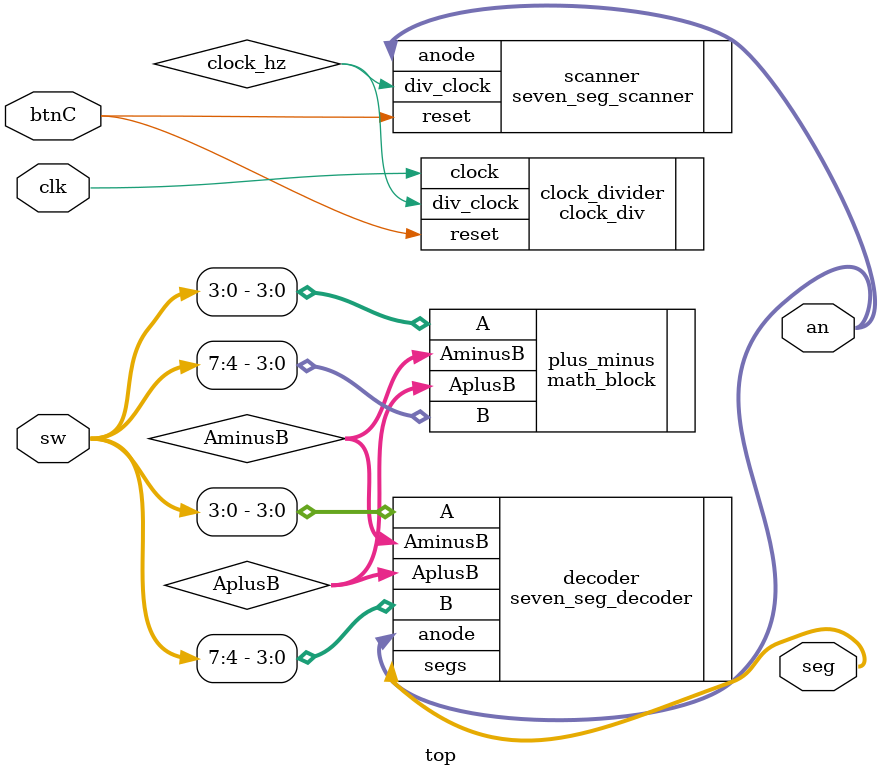
<source format=v>
module top
#(
    parameter DIVIDE_BY = 17 // Use this when passing in to your clock div!
    // The test bench will set it appropriately for testing
)
(
    input [7:0] sw, // A and B
    input clk, // 100 MHz board clock
    input btnC, // Reset
    output [3:0] an, // 7seg anodes
    output [6:0] seg // 7seg segments
);

    wire [3:0] AplusB, AminusB;
    wire clock_hz;

    // Instantiate the clock divider...
    clock_div #(
        .DIVIDE_BY (DIVIDE_BY)
    ) clock_divider (
        .clock(clk),
        .reset(btnC),
        .div_clock(clock_hz)
    );

    // ... wire it up to the scanner
    seven_seg_scanner scanner (
        .div_clock(clock_hz),
        .reset(btnC),
        .anode(an)
    );

    // ... wire the scanner to the decoder
    seven_seg_decoder decoder (
        .A(sw[3:0]),
        .B(sw[7:4]),
        .AplusB(AplusB),
        .AminusB(AminusB),
        .anode(an),
        .segs(seg)
    );

    // ...wire up the math block into the decoder
    math_block plus_minus (
        .A(sw[3:0]),
        .B(sw[7:4]),
        .AplusB(AplusB),
        .AminusB(AminusB)
    );
    
    // Do not forget to wire up resets!!

endmodule
</source>
